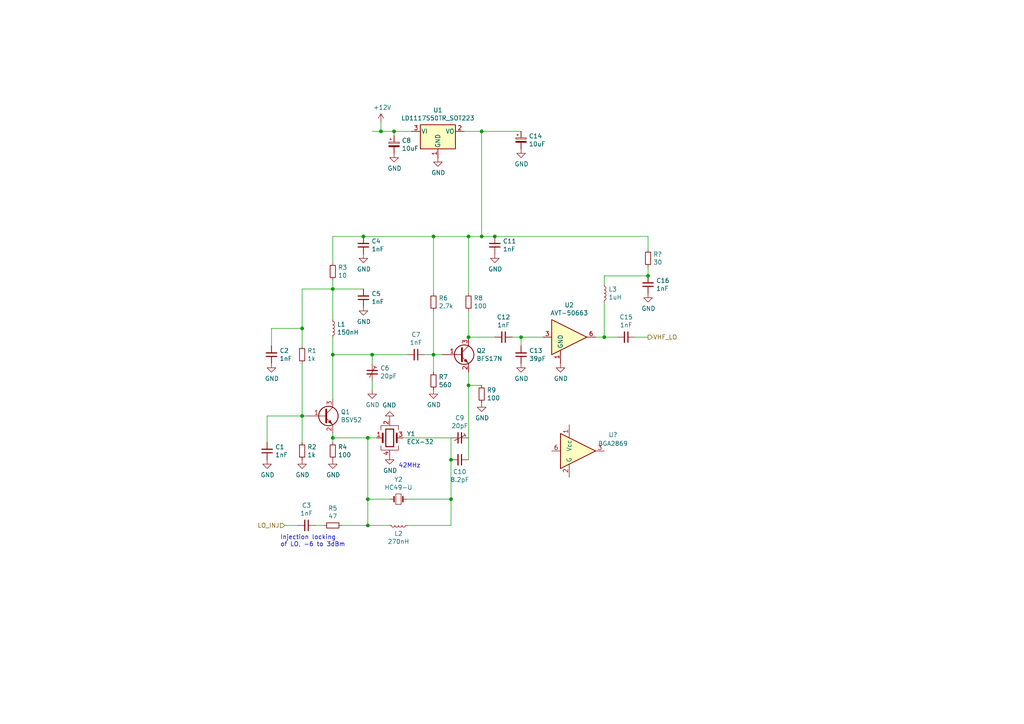
<source format=kicad_sch>
(kicad_sch (version 20211123) (generator eeschema)
  (paper "A4")
  (title_block (title "Anglian LO Board") (date "2020-11-29") (company "HB9EGM"))
  (lib_symbols
    (symbol "Device:C_Polarized_Small" (pin_numbers hide) (pin_names (offset 0.254) hide)
      (property "Reference" "C" (at 0.254 1.778 0))
      (property "Value" "C_Polarized_Small" (at 0.254 -2.032 0))
      (symbol "C_Polarized_Small_0_1"
        (rectangle (start -1.524 -0.3048) (end 1.524 -0.6858) (fill (type outline)))
        (rectangle (start -1.524 0.6858) (end 1.524 0.3048))
        (polyline (pts (xy -1.27 1.524) (xy -0.762 1.524)))
        (polyline (pts (xy -1.016 1.27) (xy -1.016 1.778)))
      )
      (symbol "C_Polarized_Small_1_1"
        (pin passive line (at 0 2.54 270) (length 1.8542) (name "~") (number "1"))
        (pin passive line (at 0 -2.54 90) (length 1.8542) (name "~") (number "2"))
      )
    )
    (symbol "Device:C_Small" (pin_numbers hide) (pin_names (offset 0.254) hide)
      (property "Reference" "C" (at 0.254 1.778 0))
      (property "Value" "C_Small" (at 0.254 -2.032 0))
      (symbol "C_Small_0_1"
        (polyline (pts (xy -1.524 -0.508) (xy 1.524 -0.508)) (stroke (width 0.3302)))
        (polyline (pts (xy -1.524 0.508) (xy 1.524 0.508)) (stroke (width 0.3048)))
      )
      (symbol "C_Small_1_1"
        (pin passive line (at 0 2.54 270) (length 2.032) (name "~") (number "1"))
        (pin passive line (at 0 -2.54 90) (length 2.032) (name "~") (number "2"))
      )
    )
    (symbol "Device:C_Trim_Small" (pin_numbers hide) (pin_names (offset 0.254) hide)
      (property "Reference" "C" (at 1.524 -2.032 0))
      (property "Value" "C_Trim_Small" (at 3.048 -3.556 0))
      (symbol "C_Trim_Small_0_1"
        (polyline (pts (xy -1.524 -0.508) (xy 1.524 -0.508)) (stroke (width 0.3048)))
        (polyline (pts (xy -1.524 0.508) (xy 1.524 0.508)) (stroke (width 0.3048)))
        (polyline (pts (xy 0.762 1.524) (xy -0.762 -1.524)) (stroke (width 0.1778)))
        (polyline (pts (xy 1.27 1.27) (xy 0.381 1.778)) (stroke (width 0.1778)))
      )
      (symbol "C_Trim_Small_1_1"
        (pin passive line (at 0 2.54 270) (length 2.032) (name "~") (number "1"))
        (pin passive line (at 0 -2.54 90) (length 2.032) (name "~") (number "2"))
      )
    )
    (symbol "Device:Crystal_GND24" (pin_names (offset 1.016) hide)
      (property "Reference" "Y" (at 3.175 5.08 0))
      (property "Value" "Crystal_GND24" (at 3.175 3.175 0))
      (symbol "Crystal_GND24_0_1"
        (rectangle (start -1.143 2.54) (end 1.143 -2.54) (stroke (width 0.3048)))
        (polyline (pts (xy -2.54 0) (xy -2.032 0)))
        (polyline (pts (xy -2.032 -1.27) (xy -2.032 1.27)) (stroke (width 0.508)))
        (polyline (pts (xy 0 -3.81) (xy 0 -3.556)))
        (polyline (pts (xy 0 3.556) (xy 0 3.81)))
        (polyline (pts (xy 2.032 -1.27) (xy 2.032 1.27)) (stroke (width 0.508)))
        (polyline (pts (xy 2.032 0) (xy 2.54 0)))
        (polyline (pts (xy -2.54 -2.286) (xy -2.54 -3.556) (xy 2.54 -3.556) (xy 2.54 -2.286)))
        (polyline (pts (xy -2.54 2.286) (xy -2.54 3.556) (xy 2.54 3.556) (xy 2.54 2.286)))
      )
      (symbol "Crystal_GND24_1_1"
        (pin passive line (at -3.81 0 0) (length 1.27) (name "1") (number "1"))
        (pin passive line (at 0 5.08 270) (length 1.27) (name "2") (number "2"))
        (pin passive line (at 3.81 0 180) (length 1.27) (name "3") (number "3"))
        (pin passive line (at 0 -5.08 90) (length 1.27) (name "4") (number "4"))
      )
    )
    (symbol "Device:Crystal_Small" (pin_numbers hide) (pin_names (offset 1.016) hide)
      (property "Reference" "Y" (at 0 2.54 0))
      (property "Value" "Crystal_Small" (at 0 -2.54 0))
      (symbol "Crystal_Small_0_1"
        (rectangle (start -0.762 -1.524) (end 0.762 1.524))
        (polyline (pts (xy -1.27 -0.762) (xy -1.27 0.762)) (stroke (width 0.381)))
        (polyline (pts (xy 1.27 -0.762) (xy 1.27 0.762)) (stroke (width 0.381)))
      )
      (symbol "Crystal_Small_1_1"
        (pin passive line (at -2.54 0 0) (length 1.27) (name "1") (number "1"))
        (pin passive line (at 2.54 0 180) (length 1.27) (name "2") (number "2"))
      )
    )
    (symbol "Device:L_Small" (pin_numbers hide) (pin_names (offset 0.254) hide)
      (property "Reference" "L" (at 0.762 1.016 0))
      (property "Value" "L_Small" (at 0.762 -1.016 0))
      (symbol "L_Small_0_1"
        (arc (start 0 -2.032) (mid 0.508 -1.524) (end 0 -1.016))
        (arc (start 0 -1.016) (mid 0.508 -0.508) (end 0 0))
        (arc (start 0 0) (mid 0.508 0.508) (end 0 1.016))
        (arc (start 0 1.016) (mid 0.508 1.524) (end 0 2.032))
      )
      (symbol "L_Small_1_1"
        (pin passive line (at 0 2.54 270) (length 0.508) (name "~") (number "1"))
        (pin passive line (at 0 -2.54 90) (length 0.508) (name "~") (number "2"))
      )
    )
    (symbol "Device:Q_NPN_BEC" (pin_names (offset 0) hide)
      (property "Reference" "Q" (at 5.08 1.27 0))
      (property "Value" "Q_NPN_BEC" (at 5.08 -1.27 0))
      (symbol "Q_NPN_BEC_0_1"
        (polyline (pts (xy 0.635 0.635) (xy 2.54 2.54)))
        (polyline (pts (xy 0.635 -0.635) (xy 2.54 -2.54) (xy 2.54 -2.54)))
        (polyline (pts (xy 0.635 1.905) (xy 0.635 -1.905) (xy 0.635 -1.905)) (stroke (width 0.508)))
        (polyline (pts (xy 1.27 -1.778) (xy 1.778 -1.27) (xy 2.286 -2.286) (xy 1.27 -1.778) (xy 1.27 -1.778)) (fill (type outline)))
        (circle (center 1.27 0) (radius 2.8194) (stroke (width 0.254)))
      )
      (symbol "Q_NPN_BEC_1_1"
        (pin input line (at -5.08 0 0) (length 5.715) (name "B") (number "1"))
        (pin passive line (at 2.54 -5.08 90) (length 2.54) (name "E") (number "2"))
        (pin passive line (at 2.54 5.08 270) (length 2.54) (name "C") (number "3"))
      )
    )
    (symbol "Device:R_Small" (pin_numbers hide) (pin_names (offset 0.254) hide)
      (property "Reference" "R" (at 0.762 0.508 0))
      (property "Value" "R_Small" (at 0.762 -1.016 0))
      (symbol "R_Small_0_1"
        (rectangle (start -0.762 1.778) (end 0.762 -1.778) (stroke (width 0.2032)))
      )
      (symbol "R_Small_1_1"
        (pin passive line (at 0 2.54 270) (length 0.762) (name "~") (number "1"))
        (pin passive line (at 0 -2.54 90) (length 0.762) (name "~") (number "2"))
      )
    )
    (symbol "RF_Amplifier:BGA2869"
      (property "Reference" "U" (at 2.54 6.35 0))
      (property "Value" "BGA2869" (at 3.81 3.81 0))
      (symbol "BGA2869_0_1"
        (polyline (pts (xy 5.08 0) (xy -5.08 5.08) (xy -5.08 -5.08) (xy 5.08 0)) (stroke (width 0.254)) (fill (type background)))
      )
      (symbol "BGA2869_1_1"
        (pin power_in line (at -2.54 7.62 270) (length 3.81) (name "Vcc") (number "1"))
        (pin power_in line (at -2.54 -7.62 90) (length 3.81) (name "G") (number "2"))
        (pin output line (at 7.62 0 180) (length 2.54) (name "~") (number "3"))
        (pin passive line (at -2.54 -7.62 90) (length 3.81) hide (name "G") (number "4"))
        (pin passive line (at -2.54 -7.62 90) (length 3.81) hide (name "G") (number "5"))
        (pin input line (at -7.62 0 0) (length 2.54) (name "~") (number "6"))
      )
    )
    (symbol "Regulator_Linear:LD1117S50TR_SOT223" (pin_names (offset 0.254))
      (property "Reference" "U" (at -3.81 3.175 0))
      (property "Value" "LD1117S50TR_SOT223" (at 0 3.175 0))
      (symbol "LD1117S50TR_SOT223_0_1"
        (rectangle (start -5.08 -5.08) (end 5.08 1.905) (stroke (width 0.254)) (fill (type background)))
      )
      (symbol "LD1117S50TR_SOT223_1_1"
        (pin power_in line (at 0 -7.62 90) (length 2.54) (name "GND") (number "1"))
        (pin power_out line (at 7.62 0 180) (length 2.54) (name "VO") (number "2"))
        (pin power_in line (at -7.62 0 0) (length 2.54) (name "VI") (number "3"))
      )
    )
    (symbol "mpb:AVT-50663"
      (property "Reference" "U" (at -1.27 7.62 0))
      (property "Value" "AVT-50663" (at 2.54 5.08 0))
      (symbol "AVT-50663_0_1"
        (polyline (pts (xy 5.08 0) (xy -5.08 5.08) (xy -5.08 -5.08) (xy 5.08 0)) (stroke (width 0.254)) (fill (type background)))
      )
      (symbol "AVT-50663_1_1"
        (pin power_in line (at -2.54 -7.62 90) (length 3.81) (name "GND") (number "1"))
        (pin power_in line (at -2.54 -7.62 90) (length 3.81) hide (name "~") (number "2"))
        (pin input line (at -7.62 0 0) (length 2.54) (name "~") (number "3"))
        (pin power_in line (at -2.54 -7.62 90) (length 3.81) hide (name "~") (number "4"))
        (pin power_in line (at -2.54 -7.62 90) (length 3.81) hide (name "~") (number "5"))
        (pin output line (at 7.62 0 180) (length 2.54) (name "~") (number "6"))
      )
    )
    (symbol "power:+12V" (power) (pin_names (offset 0))
      (property "Value" "+12V" (at 0 3.556 0))
      (symbol "+12V_0_1"
        (polyline (pts (xy -0.762 1.27) (xy 0 2.54)))
        (polyline (pts (xy 0 0) (xy 0 2.54)))
        (polyline (pts (xy 0 2.54) (xy 0.762 1.27)))
      )
      (symbol "+12V_1_1"
        (pin power_in line (at 0 0 90) (length 0) hide (name "+12V") (number "1"))
      )
    )
    (symbol "power:GND" (power) (pin_names (offset 0))
      (property "Value" "GND" (at 0 -3.81 0))
      (symbol "GND_0_1"
        (polyline (pts (xy 0 0) (xy 0 -1.27) (xy 1.27 -1.27) (xy 0 -2.54) (xy -1.27 -1.27) (xy 0 -1.27)))
      )
      (symbol "GND_1_1"
        (pin power_in line (at 0 0 270) (length 0) hide (name "GND") (number "1"))
      )
    )
  )
  (junction (at 130.81 133.35))
  (junction (at 125.73 68.58))
  (junction (at 175.26 97.79))
  (junction (at 130.81 144.78))
  (junction (at 139.7 68.58))
  (junction (at 139.7 38.1))
  (junction (at 96.52 127))
  (junction (at 151.13 97.79))
  (junction (at 106.68 152.4))
  (junction (at 135.89 68.58))
  (junction (at 114.3 38.1))
  (junction (at 107.95 102.87))
  (junction (at 143.51 68.58))
  (junction (at 87.63 120.65))
  (junction (at 106.68 127))
  (junction (at 125.73 102.87))
  (junction (at 187.96 80.01))
  (junction (at 135.89 97.79))
  (junction (at 87.63 95.25))
  (junction (at 105.41 68.58))
  (junction (at 110.49 38.1))
  (junction (at 135.89 111.76))
  (junction (at 96.52 83.82))
  (junction (at 106.68 144.78))
  (junction (at 96.52 102.87))
  (wire (pts (xy 118.11 144.78) (xy 130.81 144.78)))
  (wire (pts (xy 116.84 127) (xy 130.81 127)))
  (wire (pts (xy 151.13 97.79) (xy 157.48 97.79)))
  (wire (pts (xy 143.51 97.79) (xy 135.89 97.79)))
  (wire (pts (xy 106.68 127) (xy 96.52 127)))
  (wire (pts (xy 139.7 38.1) (xy 139.7 68.58)))
  (wire (pts (xy 113.03 144.78) (xy 106.68 144.78)))
  (wire (pts (xy 109.22 127) (xy 106.68 127)))
  (wire (pts (xy 91.44 152.4) (xy 93.98 152.4)))
  (wire (pts (xy 175.26 80.01) (xy 175.26 82.55)))
  (wire (pts (xy 105.41 68.58) (xy 125.73 68.58)))
  (wire (pts (xy 96.52 127) (xy 96.52 128.27)))
  (wire (pts (xy 110.49 38.1) (xy 110.49 35.56)))
  (wire (pts (xy 96.52 68.58) (xy 96.52 76.2)))
  (wire (pts (xy 135.89 97.79) (xy 135.89 90.17)))
  (wire (pts (xy 96.52 83.82) (xy 96.52 92.71)))
  (wire (pts (xy 135.89 111.76) (xy 135.89 133.35)))
  (wire (pts (xy 123.19 102.87) (xy 125.73 102.87)))
  (wire (pts (xy 113.03 152.4) (xy 106.68 152.4)))
  (wire (pts (xy 184.15 97.79) (xy 187.96 97.79)))
  (wire (pts (xy 96.52 102.87) (xy 96.52 115.57)))
  (wire (pts (xy 77.47 120.65) (xy 77.47 128.27)))
  (wire (pts (xy 106.68 144.78) (xy 106.68 127)))
  (wire (pts (xy 96.52 83.82) (xy 87.63 83.82)))
  (wire (pts (xy 87.63 95.25) (xy 87.63 100.33)))
  (wire (pts (xy 135.89 85.09) (xy 135.89 68.58)))
  (wire (pts (xy 87.63 120.65) (xy 77.47 120.65)))
  (wire (pts (xy 139.7 111.76) (xy 135.89 111.76)))
  (wire (pts (xy 96.52 102.87) (xy 96.52 97.79)))
  (wire (pts (xy 107.95 105.41) (xy 107.95 102.87)))
  (wire (pts (xy 187.96 68.58) (xy 187.96 72.39)))
  (wire (pts (xy 107.95 102.87) (xy 118.11 102.87)))
  (wire (pts (xy 128.27 102.87) (xy 125.73 102.87)))
  (wire (pts (xy 143.51 68.58) (xy 187.96 68.58)))
  (wire (pts (xy 130.81 144.78) (xy 130.81 152.4)))
  (wire (pts (xy 130.81 144.78) (xy 130.81 133.35)))
  (wire (pts (xy 139.7 38.1) (xy 151.13 38.1)))
  (wire (pts (xy 114.3 38.1) (xy 119.38 38.1)))
  (wire (pts (xy 151.13 100.33) (xy 151.13 97.79)))
  (wire (pts (xy 187.96 80.01) (xy 175.26 80.01)))
  (wire (pts (xy 139.7 68.58) (xy 143.51 68.58)))
  (wire (pts (xy 187.96 77.47) (xy 187.96 80.01)))
  (wire (pts (xy 151.13 97.79) (xy 148.59 97.79)))
  (wire (pts (xy 82.55 152.4) (xy 86.36 152.4)))
  (wire (pts (xy 88.9 120.65) (xy 87.63 120.65)))
  (wire (pts (xy 107.95 113.03) (xy 107.95 110.49)))
  (wire (pts (xy 125.73 102.87) (xy 125.73 90.17)))
  (wire (pts (xy 130.81 133.35) (xy 130.81 127)))
  (wire (pts (xy 96.52 68.58) (xy 105.41 68.58)))
  (wire (pts (xy 87.63 105.41) (xy 87.63 120.65)))
  (wire (pts (xy 107.95 102.87) (xy 96.52 102.87)))
  (wire (pts (xy 96.52 127) (xy 96.52 125.73)))
  (wire (pts (xy 125.73 85.09) (xy 125.73 68.58)))
  (wire (pts (xy 78.74 100.33) (xy 78.74 95.25)))
  (wire (pts (xy 175.26 97.79) (xy 172.72 97.79)))
  (wire (pts (xy 99.06 152.4) (xy 106.68 152.4)))
  (wire (pts (xy 96.52 83.82) (xy 96.52 81.28)))
  (wire (pts (xy 87.63 83.82) (xy 87.63 95.25)))
  (wire (pts (xy 105.41 83.82) (xy 96.52 83.82)))
  (wire (pts (xy 134.62 38.1) (xy 139.7 38.1)))
  (wire (pts (xy 135.89 107.95) (xy 135.89 111.76)))
  (wire (pts (xy 78.74 95.25) (xy 87.63 95.25)))
  (wire (pts (xy 118.11 152.4) (xy 130.81 152.4)))
  (wire (pts (xy 114.3 39.37) (xy 114.3 38.1)))
  (wire (pts (xy 179.07 97.79) (xy 175.26 97.79)))
  (wire (pts (xy 135.89 68.58) (xy 139.7 68.58)))
  (wire (pts (xy 106.68 152.4) (xy 106.68 144.78)))
  (wire (pts (xy 110.49 38.1) (xy 114.3 38.1)))
  (wire (pts (xy 125.73 102.87) (xy 125.73 107.95)))
  (wire (pts (xy 107.95 38.1) (xy 110.49 38.1)))
  (wire (pts (xy 175.26 87.63) (xy 175.26 97.79)))
  (wire (pts (xy 125.73 68.58) (xy 135.89 68.58)))
  (wire (pts (xy 87.63 120.65) (xy 87.63 128.27)))
  (text "42MHz" (at 115.57 135.89 0) (effects (font (size 1.27 1.27)) (justify left bottom)))
  (text "Injection locking\nof LO, -6 to 3dBm" (at 81.28 158.75 0) (effects (font (size 1.27 1.27)) (justify left bottom)))
  (hierarchical_label "VHF_LO" (shape output) (at 187.96 97.79 0))
  (hierarchical_label "LO_INJ" (shape input) (at 82.55 152.4 180))
  (symbol (lib_id "Regulator_Linear:LD1117S50TR_SOT223") (at 127 38.1 0) (unit 1)
    (property "Reference" "U1" (at 127 31.9532 0))
    (property "Value" "LD1117S50TR_SOT223" (at 127 34.2646 0))
    (property "Footprint" "Package_TO_SOT_SMD:SOT-223-3_TabPin2" (effects hide))
    (property "Datasheet" "http://www.st.com/st-web-ui/static/active/en/resource/technical/document/datasheet/CD00000544.pdf" (effects hide))
  )
  (symbol (lib_id "power:+12V") (at 110.49 35.56 0) (unit 1)
    (property "Reference" "#PWR014" (effects hide))
    (property "Value" "+12V" (at 110.871 31.1658 0))
  )
  (symbol (lib_id "power:GND") (at 127 45.72 0) (unit 1)
    (property "Reference" "#PWR019" (effects hide))
    (property "Value" "GND" (at 127.127 50.1142 0))
  )
  (symbol (lib_id "Device:C_Polarized_Small") (at 114.3 41.91 0) (unit 1)
    (property "Reference" "C8" (at 116.5352 40.7416 0) (effects (justify left)))
    (property "Value" "10uF" (at 116.5352 43.053 0) (effects (justify left)))
    (property "Footprint" "Capacitor_SMD:C_1210_3225Metric_Pad1.33x2.70mm_HandSolder" (effects hide))
    (property "MPN" "TAJA106K016RNJ" (effects hide))
  )
  (symbol (lib_id "power:GND") (at 151.13 43.18 0) (unit 1)
    (property "Reference" "#PWR022" (effects hide))
    (property "Value" "GND" (at 151.257 47.5742 0))
  )
  (symbol (lib_id "power:GND") (at 114.3 44.45 0) (unit 1)
    (property "Reference" "#PWR015" (effects hide))
    (property "Value" "GND" (at 114.427 48.8442 0))
  )
  (symbol (lib_id "Device:C_Polarized_Small") (at 151.13 40.64 0) (unit 1)
    (property "Reference" "C14" (at 153.3652 39.4716 0) (effects (justify left)))
    (property "Value" "10uF" (at 153.3652 41.783 0) (effects (justify left)))
    (property "Footprint" "Capacitor_SMD:C_1210_3225Metric_Pad1.33x2.70mm_HandSolder" (effects hide))
    (property "MPN" "TAJA106K016RNJ" (effects hide))
  )
  (symbol (lib_id "Device:C_Small") (at 181.61 97.79 270) (unit 1)
    (property "Reference" "C15" (at 181.61 91.9734 90))
    (property "Value" "1nF" (at 181.61 94.2848 90))
    (property "Footprint" "Capacitor_SMD:C_0805_2012Metric" (effects hide))
    (property "MPN" "VJ0805A102GXXPW1BC" (effects hide))
  )
  (symbol (lib_id "Device:L_Small") (at 175.26 85.09 0) (unit 1)
    (property "Reference" "L3" (at 176.4792 83.9216 0) (effects (justify left)))
    (property "Value" "1uH" (at 176.4792 86.233 0) (effects (justify left)))
    (property "Footprint" "Inductor_SMD:L_1008_2520Metric" (effects hide))
    (property "MPN" "LQW2UAS1R0F0CL" (effects hide))
  )
  (symbol (lib_id "power:GND") (at 162.56 105.41 0) (unit 1)
    (property "Reference" "#PWR023" (effects hide))
    (property "Value" "GND" (at 162.687 109.8042 0))
  )
  (symbol (lib_id "power:GND") (at 187.96 85.09 0) (unit 1)
    (property "Reference" "#PWR025" (effects hide))
    (property "Value" "GND" (at 188.087 89.4842 0))
  )
  (symbol (lib_id "Device:C_Small") (at 151.13 102.87 180) (unit 1)
    (property "Reference" "C13" (at 153.4668 101.7016 0) (effects (justify right)))
    (property "Value" "39pF" (at 153.4668 104.013 0) (effects (justify right)))
    (property "Footprint" "Capacitor_SMD:C_0603_1608Metric_Pad1.08x0.95mm_HandSolder" (effects hide))
    (property "MPN" "CBR" (effects hide))
  )
  (symbol (lib_id "power:GND") (at 151.13 105.41 0) (unit 1)
    (property "Reference" "#PWR020" (effects hide))
    (property "Value" "GND" (at 151.257 109.8042 0))
  )
  (symbol (lib_id "Device:R_Small") (at 135.89 87.63 180) (unit 1)
    (property "Reference" "R8" (at 137.3886 86.4616 0) (effects (justify right)))
    (property "Value" "100" (at 137.3886 88.773 0) (effects (justify right)))
    (property "Footprint" "Resistor_SMD:R_0603_1608Metric_Pad0.98x0.95mm_HandSolder" (effects hide))
  )
  (symbol (lib_id "power:GND") (at 143.51 73.66 0) (unit 1)
    (property "Reference" "#PWR018" (effects hide))
    (property "Value" "GND" (at 143.637 78.0542 0))
  )
  (symbol (lib_id "Device:Q_NPN_BEC") (at 133.35 102.87 0) (unit 1)
    (property "Reference" "Q2" (at 138.176 101.7016 0) (effects (justify left)))
    (property "Value" "BFS17N" (at 138.176 104.013 0) (effects (justify left)))
    (property "Footprint" "Package_TO_SOT_SMD:SOT-23_Handsoldering" (effects hide))
    (property "MPN" "BFS17N" (effects hide))
  )
  (symbol (lib_id "Device:R_Small") (at 125.73 87.63 180) (unit 1)
    (property "Reference" "R6" (at 127.2286 86.4616 0) (effects (justify right)))
    (property "Value" "2.7k" (at 127.2286 88.773 0) (effects (justify right)))
    (property "Footprint" "Resistor_SMD:R_0603_1608Metric_Pad0.98x0.95mm_HandSolder" (effects hide))
  )
  (symbol (lib_id "mpb:AVT-50663") (at 165.1 97.79 0) (unit 1)
    (property "Reference" "U2" (at 165.1 88.4682 0))
    (property "Value" "AVT-50663" (at 165.1 90.7796 0))
    (property "Footprint" "Package_TO_SOT_SMD:SOT-363_SC-70-6_Handsoldering" (effects hide))
  )
  (symbol (lib_id "Device:C_Small") (at 146.05 97.79 270) (unit 1)
    (property "Reference" "C12" (at 146.05 91.9734 90))
    (property "Value" "1nF" (at 146.05 94.2848 90))
    (property "Footprint" "Capacitor_SMD:C_0805_2012Metric" (effects hide))
    (property "MPN" "VJ0805A102GXXPW1BC" (effects hide))
  )
  (symbol (lib_id "Device:C_Small") (at 143.51 71.12 180) (unit 1)
    (property "Reference" "C11" (at 145.8468 69.9516 0) (effects (justify right)))
    (property "Value" "1nF" (at 145.8468 72.263 0) (effects (justify right)))
    (property "Footprint" "Capacitor_SMD:C_0805_2012Metric" (effects hide))
    (property "MPN" "VJ0805A102GXXPW1BC" (effects hide))
  )
  (symbol (lib_id "Device:C_Small") (at 187.96 82.55 180) (unit 1)
    (property "Reference" "C16" (at 190.2968 81.3816 0) (effects (justify right)))
    (property "Value" "1nF" (at 190.2968 83.693 0) (effects (justify right)))
    (property "Footprint" "Capacitor_SMD:C_0805_2012Metric" (effects hide))
    (property "MPN" "VJ0805A102GXXPW1BC" (effects hide))
  )
  (symbol (lib_id "Device:R_Small") (at 125.73 110.49 180) (unit 1)
    (property "Reference" "R7" (at 127.2286 109.3216 0) (effects (justify right)))
    (property "Value" "560" (at 127.2286 111.633 0) (effects (justify right)))
    (property "Footprint" "Resistor_SMD:R_0603_1608Metric_Pad0.98x0.95mm_HandSolder" (effects hide))
  )
  (symbol (lib_id "power:GND") (at 125.73 113.03 0) (unit 1)
    (property "Reference" "#PWR012" (effects hide))
    (property "Value" "GND" (at 125.857 117.4242 0))
  )
  (symbol (lib_id "Device:R_Small") (at 139.7 114.3 180) (unit 1)
    (property "Reference" "R9" (at 141.1986 113.1316 0) (effects (justify right)))
    (property "Value" "100" (at 141.1986 115.443 0) (effects (justify right)))
    (property "Footprint" "Resistor_SMD:R_0603_1608Metric_Pad0.98x0.95mm_HandSolder" (effects hide))
  )
  (symbol (lib_id "power:GND") (at 139.7 116.84 0) (unit 1)
    (property "Reference" "#PWR016" (effects hide))
    (property "Value" "GND" (at 139.827 121.2342 0))
  )
  (symbol (lib_id "Device:C_Small") (at 120.65 102.87 270) (unit 1)
    (property "Reference" "C7" (at 120.65 97.0534 90))
    (property "Value" "1nF" (at 120.65 99.3648 90))
    (property "Footprint" "Capacitor_SMD:C_0805_2012Metric" (effects hide))
    (property "MPN" "VJ0805A102GXXPW1BC" (effects hide))
  )
  (symbol (lib_id "Device:C_Trim_Small") (at 107.95 107.95 0) (unit 1)
    (property "Reference" "C6" (at 110.2614 106.7816 0) (effects (justify left)))
    (property "Value" "20pF" (at 110.2614 109.093 0) (effects (justify left)))
    (property "Footprint" "picardy:C_Trimmer_Vishay_BFC2_808" (effects hide))
    (property "MPN" "222280823279" (effects hide))
  )
  (symbol (lib_id "power:GND") (at 107.95 113.03 0) (unit 1)
    (property "Reference" "#PWR09" (effects hide))
    (property "Value" "GND" (at 108.077 117.4242 0))
  )
  (symbol (lib_id "Device:C_Trim_Small") (at 133.35 127 270) (mirror x) (unit 1)
    (property "Reference" "C9" (at 133.35 121.2088 90))
    (property "Value" "20pF" (at 133.35 123.5202 90))
    (property "Footprint" "picardy:C_Trimmer_Vishay_BFC2_808" (effects hide))
    (property "MPN" "222280823279" (effects hide))
  )
  (symbol (lib_id "Device:C_Small") (at 133.35 133.35 270) (unit 1)
    (property "Reference" "C10" (at 133.35 136.8298 90))
    (property "Value" "8.2pF" (at 133.35 139.1412 90))
    (property "Footprint" "Capacitor_SMD:C_0603_1608Metric_Pad1.08x0.95mm_HandSolder" (effects hide))
    (property "MPN" "CBR" (effects hide))
  )
  (symbol (lib_id "Device:L_Small") (at 115.57 152.4 270) (unit 1)
    (property "Reference" "L2" (at 115.57 154.7622 90))
    (property "Value" "270nH" (at 115.57 157.0736 90))
    (property "Footprint" "Inductor_SMD:L_0805_2012Metric_Pad1.15x1.40mm_HandSolder" (effects hide))
    (property "MPN" "LQW2BASR27G00L" (effects hide))
  )
  (symbol (lib_id "Device:Crystal_GND24") (at 113.03 127 0) (unit 1)
    (property "Reference" "Y1" (at 117.9576 125.8316 0) (effects (justify left)))
    (property "Value" "ECX-32" (at 117.9576 128.143 0) (effects (justify left)))
    (property "Footprint" "picardy:CX3225SB" (effects hide))
  )
  (symbol (lib_id "Device:Crystal_Small") (at 115.57 144.78 0) (unit 1)
    (property "Reference" "Y2" (at 115.57 139.065 0))
    (property "Value" "HC49-U" (at 115.57 141.3764 0))
    (property "Footprint" "Crystal:Crystal_HC49-U_Vertical" (effects hide))
  )
  (symbol (lib_id "power:GND") (at 113.03 132.08 0) (unit 1)
    (property "Reference" "#PWR011" (effects hide))
    (property "Value" "GND" (at 113.157 136.4742 0))
  )
  (symbol (lib_id "power:GND") (at 113.03 121.92 180) (unit 1)
    (property "Reference" "#PWR010" (effects hide))
    (property "Value" "GND" (at 112.903 117.5258 0))
  )
  (symbol (lib_id "Device:R_Small") (at 96.52 152.4 90) (unit 1)
    (property "Reference" "R5" (at 96.52 147.4216 90))
    (property "Value" "47" (at 96.52 149.733 90))
    (property "Footprint" "Resistor_SMD:R_0603_1608Metric_Pad0.98x0.95mm_HandSolder" (effects hide))
  )
  (symbol (lib_id "Device:C_Small") (at 88.9 152.4 270) (unit 1)
    (property "Reference" "C3" (at 88.9 146.5834 90))
    (property "Value" "1nF" (at 88.9 148.8948 90))
    (property "Footprint" "Capacitor_SMD:C_0805_2012Metric" (effects hide))
    (property "MPN" "VJ0805A102GXXPW1BC" (effects hide))
  )
  (symbol (lib_id "Device:R_Small") (at 96.52 130.81 180) (unit 1)
    (property "Reference" "R4" (at 98.0186 129.6416 0) (effects (justify right)))
    (property "Value" "100" (at 98.0186 131.953 0) (effects (justify right)))
    (property "Footprint" "Resistor_SMD:R_0603_1608Metric_Pad0.98x0.95mm_HandSolder" (effects hide))
  )
  (symbol (lib_id "power:GND") (at 96.52 133.35 0) (unit 1)
    (property "Reference" "#PWR05" (effects hide))
    (property "Value" "GND" (at 96.647 137.7442 0))
  )
  (symbol (lib_id "Device:Q_NPN_BEC") (at 93.98 120.65 0) (unit 1)
    (property "Reference" "Q1" (at 98.806 119.4816 0) (effects (justify left)))
    (property "Value" "BSV52" (at 98.806 121.793 0) (effects (justify left)))
    (property "Footprint" "Package_TO_SOT_SMD:SOT-23_Handsoldering" (effects hide))
    (property "MPN" "BSV52LT1G" (effects hide))
  )
  (symbol (lib_id "Device:L_Small") (at 96.52 95.25 0) (unit 1)
    (property "Reference" "L1" (at 97.7392 94.0816 0) (effects (justify left)))
    (property "Value" "150nH" (at 97.7392 96.393 0) (effects (justify left)))
    (property "Footprint" "Inductor_SMD:L_1008_2520Metric" (effects hide))
    (property "MPN" "LQW2UASR15F00L" (effects hide))
  )
  (symbol (lib_id "Device:C_Small") (at 105.41 86.36 180) (unit 1)
    (property "Reference" "C5" (at 107.7468 85.1916 0) (effects (justify right)))
    (property "Value" "1nF" (at 107.7468 87.503 0) (effects (justify right)))
    (property "Footprint" "Capacitor_SMD:C_0805_2012Metric" (effects hide))
    (property "MPN" "VJ0805A102GXXPW1BC" (effects hide))
  )
  (symbol (lib_id "power:GND") (at 105.41 88.9 0) (unit 1)
    (property "Reference" "#PWR08" (effects hide))
    (property "Value" "GND" (at 105.537 93.2942 0))
  )
  (symbol (lib_id "Device:R_Small") (at 87.63 102.87 180) (unit 1)
    (property "Reference" "R1" (at 89.1286 101.7016 0) (effects (justify right)))
    (property "Value" "1k" (at 89.1286 104.013 0) (effects (justify right)))
    (property "Footprint" "Resistor_SMD:R_0603_1608Metric_Pad0.98x0.95mm_HandSolder" (effects hide))
  )
  (symbol (lib_id "Device:C_Small") (at 78.74 102.87 180) (unit 1)
    (property "Reference" "C2" (at 81.0768 101.7016 0) (effects (justify right)))
    (property "Value" "1nF" (at 81.0768 104.013 0) (effects (justify right)))
    (property "Footprint" "Capacitor_SMD:C_0805_2012Metric" (effects hide))
    (property "MPN" "VJ0805A102GXXPW1BC" (effects hide))
  )
  (symbol (lib_id "power:GND") (at 78.74 105.41 0) (unit 1)
    (property "Reference" "#PWR03" (effects hide))
    (property "Value" "GND" (at 78.867 109.8042 0))
  )
  (symbol (lib_id "Device:C_Small") (at 77.47 130.81 180) (unit 1)
    (property "Reference" "C1" (at 79.8068 129.6416 0) (effects (justify right)))
    (property "Value" "1nF" (at 79.8068 131.953 0) (effects (justify right)))
    (property "Footprint" "Capacitor_SMD:C_0805_2012Metric" (effects hide))
    (property "MPN" "VJ0805A102GXXPW1BC" (effects hide))
  )
  (symbol (lib_id "power:GND") (at 77.47 133.35 0) (unit 1)
    (property "Reference" "#PWR01" (effects hide))
    (property "Value" "GND" (at 77.597 137.7442 0))
  )
  (symbol (lib_id "Device:R_Small") (at 87.63 130.81 180) (unit 1)
    (property "Reference" "R2" (at 89.1286 129.6416 0) (effects (justify right)))
    (property "Value" "1k" (at 89.1286 131.953 0) (effects (justify right)))
    (property "Footprint" "Resistor_SMD:R_0603_1608Metric_Pad0.98x0.95mm_HandSolder" (effects hide))
  )
  (symbol (lib_id "power:GND") (at 87.63 133.35 0) (unit 1)
    (property "Reference" "#PWR04" (effects hide))
    (property "Value" "GND" (at 87.757 137.7442 0))
  )
  (symbol (lib_id "Device:R_Small") (at 96.52 78.74 180) (unit 1)
    (property "Reference" "R3" (at 98.0186 77.5716 0) (effects (justify right)))
    (property "Value" "10" (at 98.0186 79.883 0) (effects (justify right)))
    (property "Footprint" "Resistor_SMD:R_0603_1608Metric_Pad0.98x0.95mm_HandSolder" (effects hide))
  )
  (symbol (lib_id "power:GND") (at 105.41 73.66 0) (unit 1)
    (property "Reference" "#PWR07" (effects hide))
    (property "Value" "GND" (at 105.537 78.0542 0))
  )
  (symbol (lib_id "Device:C_Small") (at 105.41 71.12 180) (unit 1)
    (property "Reference" "C4" (at 107.7468 69.9516 0) (effects (justify right)))
    (property "Value" "1nF" (at 107.7468 72.263 0) (effects (justify right)))
    (property "Footprint" "Capacitor_SMD:C_0805_2012Metric" (effects hide))
    (property "MPN" "VJ0805A102GXXPW1BC" (effects hide))
  )
  (symbol (lib_id "Device:R_Small") (at 187.96 74.93 180) (unit 1)
    (property "Reference" "R?" (at 189.4586 73.7616 0) (effects (justify right)))
    (property "Value" "30" (at 189.4586 76.073 0) (effects (justify right)))
    (property "Footprint" "Resistor_SMD:R_0603_1608Metric_Pad0.98x0.95mm_HandSolder" (effects hide))
  )
  (symbol (lib_id "RF_Amplifier:BGA2869") (at 167.64 130.81 0) (unit 1)
    (property "Reference" "U?" (at 177.8 126.111 0))
    (property "Value" "BGA2869" (at 177.8 128.651 0))
    (property "Footprint" "Package_TO_SOT_SMD:SOT-363_SC-70-6" (effects hide))
    (property "Datasheet" "https://www.nxp.com/docs/en/data-sheet/BGA2869.pdf" (effects hide))
  )
)
</source>
